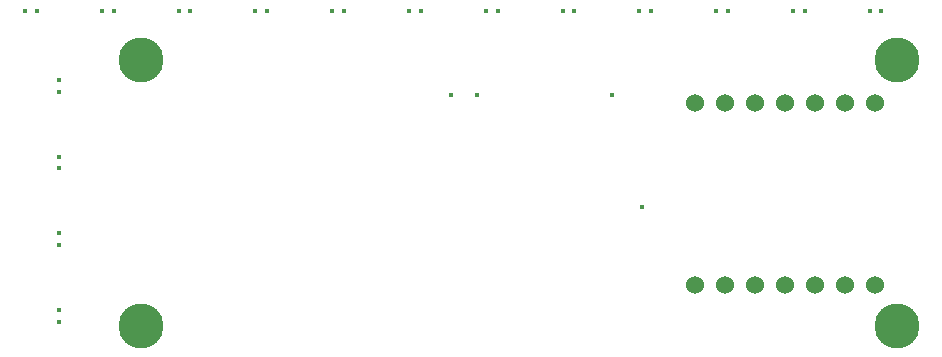
<source format=gbr>
%TF.GenerationSoftware,KiCad,Pcbnew,8.0.1*%
%TF.CreationDate,2025-02-04T00:39:20-05:00*%
%TF.ProjectId,glove-v3-right,676c6f76-652d-4763-932d-72696768742e,rev?*%
%TF.SameCoordinates,Original*%
%TF.FileFunction,Copper,L4,Bot*%
%TF.FilePolarity,Positive*%
%FSLAX46Y46*%
G04 Gerber Fmt 4.6, Leading zero omitted, Abs format (unit mm)*
G04 Created by KiCad (PCBNEW 8.0.1) date 2025-02-04 00:39:20*
%MOMM*%
%LPD*%
G01*
G04 APERTURE LIST*
%TA.AperFunction,ComponentPad*%
%ADD10C,3.800000*%
%TD*%
%TA.AperFunction,ComponentPad*%
%ADD11C,1.524000*%
%TD*%
%TA.AperFunction,ViaPad*%
%ADD12C,0.450000*%
%TD*%
G04 APERTURE END LIST*
D10*
%TO.P,REF\u002A\u002A,1*%
%TO.N,N/C*%
X114050000Y-34550000D03*
%TD*%
%TO.P,REF\u002A\u002A,1*%
%TO.N,N/C*%
X178050000Y-57050000D03*
%TD*%
%TO.P,REF\u002A\u002A,1*%
%TO.N,N/C*%
X114050000Y-57050000D03*
%TD*%
D11*
%TO.P,U1,1,PA02_A0_D0*%
%TO.N,unconnected-(U1-PA02_A0_D0-Pad1)*%
X176150000Y-38150000D03*
%TO.P,U1,2,PA4_A1_D1*%
%TO.N,unconnected-(U1-PA4_A1_D1-Pad2)*%
X173610000Y-38150000D03*
%TO.P,U1,3,PA10_A2_D2*%
%TO.N,/MUX_OUT*%
X171070000Y-38150000D03*
%TO.P,U1,4,PA11_A3_D3*%
%TO.N,unconnected-(U1-PA11_A3_D3-Pad4)*%
X168530000Y-38150000D03*
%TO.P,U1,5,PA8_A4_D4_SDA*%
%TO.N,/S2*%
X165990000Y-38150000D03*
%TO.P,U1,6,PA9_A5_D5_SCL*%
%TO.N,/S3*%
X163450000Y-38150000D03*
%TO.P,U1,7,PB08_A6_D6_TX*%
%TO.N,unconnected-(U1-PB08_A6_D6_TX-Pad7)*%
X160910000Y-38150000D03*
%TO.P,U1,8,PB09_A7_D7_RX*%
%TO.N,unconnected-(U1-PB09_A7_D7_RX-Pad8)*%
X160910000Y-53542400D03*
%TO.P,U1,9,PA7_A8_D8_SCK*%
%TO.N,Net-(U1-PA7_A8_D8_SCK)*%
X163450000Y-53542400D03*
%TO.P,U1,10,PA5_A9_D9_MISO*%
%TO.N,/S1*%
X165990000Y-53542400D03*
%TO.P,U1,11,PA6_A10_D10_MOSI*%
%TO.N,/S0*%
X168530000Y-53542400D03*
%TO.P,U1,12,3V3*%
%TO.N,+3V3*%
X171070000Y-53542400D03*
%TO.P,U1,13,GND*%
%TO.N,GND*%
X173610000Y-53542400D03*
%TO.P,U1,14,5V*%
%TO.N,unconnected-(U1-5V-Pad14)*%
X176150000Y-53542400D03*
%TD*%
D10*
%TO.P,REF\u002A\u002A,1*%
%TO.N,N/C*%
X178050000Y-34550000D03*
%TD*%
D12*
%TO.N,GND*%
X107040000Y-49200000D03*
X105200000Y-30380000D03*
X170200000Y-30380000D03*
X131200000Y-30380000D03*
X118200000Y-30380000D03*
X107052500Y-55700000D03*
X107040000Y-36200000D03*
X157200000Y-30380000D03*
X144200000Y-30380000D03*
X107040000Y-42700000D03*
X176700000Y-30380000D03*
X124700000Y-30380000D03*
X153890000Y-37460000D03*
X150700000Y-30380000D03*
X163700000Y-30380000D03*
X140300000Y-37460000D03*
X111700000Y-30380000D03*
X137700000Y-30380000D03*
X156440000Y-46940000D03*
%TO.N,+3V3*%
X130200000Y-30380000D03*
X169200000Y-30380000D03*
X123700000Y-30380000D03*
X162700000Y-30380000D03*
X110700000Y-30380000D03*
X149700000Y-30380000D03*
X136700000Y-30380000D03*
X107040000Y-43700000D03*
X142460000Y-37460000D03*
X156200000Y-30380000D03*
X104200000Y-30380000D03*
X175700000Y-30380000D03*
X107040000Y-37200000D03*
X143200000Y-30380000D03*
X107040000Y-50200000D03*
X117200000Y-30380000D03*
X107052500Y-56700000D03*
%TD*%
M02*

</source>
